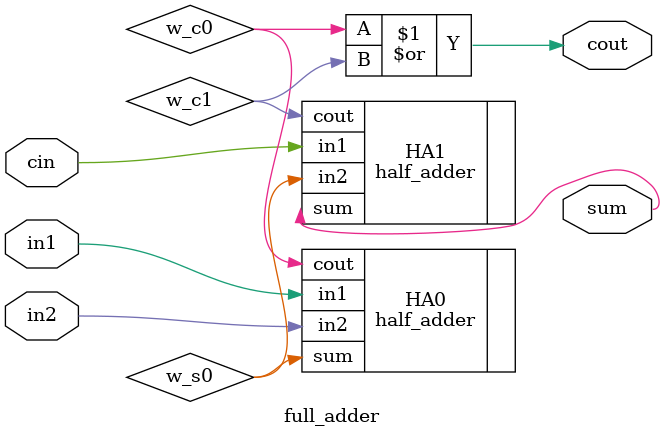
<source format=v>
`timescale 1ns / 1ps


module full_adder (
    input in1,
    input in2,
    input cin,

    output cout,
    output sum
);

    wire w_c0, w_c1;
    wire w_s0;

    half_adder HA0 (
        .in1 (in1),
        .in2 (in2),
        .cout(w_c0),
        .sum (w_s0)
    );

    half_adder HA1 (
        .in1 (cin),
        .in2 (w_s0),
        .cout(w_c1),
        .sum (sum)
    );

    assign cout = w_c0 | w_c1;

endmodule

</source>
